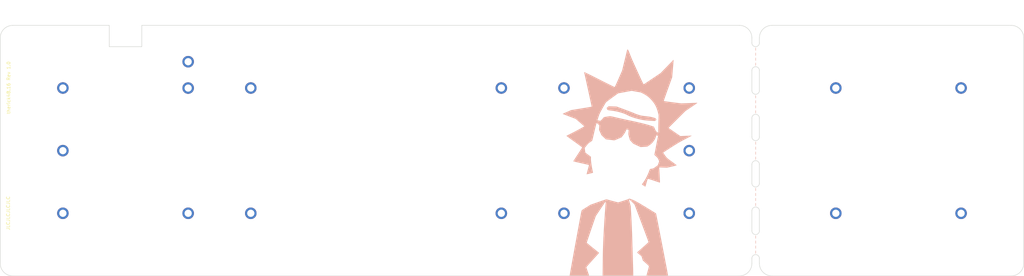
<source format=kicad_pcb>
(kicad_pcb (version 20171130) (host pcbnew "(5.1.2-1)-1")
  (layers (0 F.Cu signal) (31 B.Cu signal) (34 B.Paste user) (35 F.Paste user) (36 B.SilkS user) (37 F.SilkS user) (38 B.Mask user) (39 F.Mask user) (44 Edge.Cuts user))
  (net 0 "")
  (module random-keyboard-parts:Generic-Mounthole (layer F.Cu) (at 103.359728 45.979879)
    (fp_text reference H19)
    (fp_text value MountingHole)
    (pad 1 thru_hole circle (at 0 0) (size 3.5 3.5) (drill 2.2) (layers *.Cu *.Mask))
  )
  (module random-keyboard-parts:Generic-Mounthole (layer F.Cu) (at 255.36 91.96)
    (fp_text reference H18)
    (fp_text value MountingHole)
    (pad 1 thru_hole circle (at 0 0) (size 3.5 3.5) (drill 2.2) (layers *.Cu *.Mask))
  )
  (module random-keyboard-parts:Generic-Mounthole (layer F.Cu) (at 255.36 53.96)
    (fp_text reference H17)
    (fp_text value MountingHole)
    (pad 1 thru_hole circle (at 0 0) (size 3.5 3.5) (drill 2.2) (layers *.Cu *.Mask))
  )
  (module random-keyboard-parts:Generic-Mounthole (layer F.Cu) (at 198.36 91.96)
    (fp_text reference H16)
    (fp_text value MountingHole)
    (pad 1 thru_hole circle (at 0 0) (size 3.5 3.5) (drill 2.2) (layers *.Cu *.Mask))
  )
  (module random-keyboard-parts:Generic-Mounthole (layer F.Cu) (at 198.36 53.96)
    (fp_text reference H15)
    (fp_text value MountingHole)
    (pad 1 thru_hole circle (at 0 0) (size 3.5 3.5) (drill 2.2) (layers *.Cu *.Mask))
  )
  (module random-keyboard-parts:Generic-Mounthole (layer F.Cu) (at 122.36 91.96)
    (fp_text reference H14)
    (fp_text value MountingHole)
    (pad 1 thru_hole circle (at 0 0) (size 3.5 3.5) (drill 2.2) (layers *.Cu *.Mask))
  )
  (module random-keyboard-parts:Generic-Mounthole (layer F.Cu) (at 122.36 53.96)
    (fp_text reference H13)
    (fp_text value MountingHole)
    (pad 1 thru_hole circle (at 0 0) (size 3.5 3.5) (drill 2.2) (layers *.Cu *.Mask))
  )
  (module random-keyboard-parts:Generic-Mounthole (layer F.Cu) (at 65.36 91.96)
    (fp_text reference H12)
    (fp_text value MountingHole)
    (pad 1 thru_hole circle (at 0 0) (size 3.5 3.5) (drill 2.2) (layers *.Cu *.Mask))
  )
  (module random-keyboard-parts:Generic-Mounthole (layer F.Cu) (at 65.36 53.96)
    (fp_text reference H11)
    (fp_text value MountingHole)
    (pad 1 thru_hole circle (at 0 0) (size 3.5 3.5) (drill 2.2) (layers *.Cu *.Mask))
  )
  (module Keeb_footprints:MX100_outline (layer F.Cu) (at 347.32 101.46)
    (fp_text reference U64)
    (fp_text value HOLE)
  )
  (module Keeb_footprints:MX100_outline (layer F.Cu) (at 328.32 101.46)
    (fp_text reference U63)
    (fp_text value HOLE)
  )
  (module Keeb_footprints:MX100_outline (layer F.Cu) (at 309.32 101.46)
    (fp_text reference U62)
    (fp_text value HOLE)
  )
  (module Keeb_footprints:MX100_outline (layer F.Cu) (at 290.32 101.46)
    (fp_text reference U61)
    (fp_text value HOLE)
  )
  (module Keeb_footprints:MX100_outline (layer F.Cu) (at 347.32 82.46)
    (fp_text reference U60)
    (fp_text value HOLE)
  )
  (module Keeb_footprints:MX100_outline (layer F.Cu) (at 328.32 82.46)
    (fp_text reference U59)
    (fp_text value HOLE)
  )
  (module Keeb_footprints:MX100_outline (layer F.Cu) (at 309.32 82.46)
    (fp_text reference U58)
    (fp_text value HOLE)
  )
  (module Keeb_footprints:MX100_outline (layer F.Cu) (at 290.32 82.46)
    (fp_text reference U57)
    (fp_text value HOLE)
  )
  (module Keeb_footprints:MX100_outline (layer F.Cu) (at 347.32 63.46)
    (fp_text reference U56)
    (fp_text value HOLE)
  )
  (module Keeb_footprints:MX100_outline (layer F.Cu) (at 328.32 63.46)
    (fp_text reference U55)
    (fp_text value HOLE)
  )
  (module Keeb_footprints:MX100_outline (layer F.Cu) (at 309.32 63.46)
    (fp_text reference U54)
    (fp_text value HOLE)
  )
  (module Keeb_footprints:MX100_outline (layer F.Cu) (at 290.32 63.46)
    (fp_text reference U53)
    (fp_text value HOLE)
  )
  (module Keeb_footprints:MX100_outline (layer F.Cu) (at 347.32 44.46)
    (fp_text reference U52)
    (fp_text value HOLE)
  )
  (module Keeb_footprints:MX100_outline (layer F.Cu) (at 328.32 44.46)
    (fp_text reference U51)
    (fp_text value HOLE)
  )
  (module Keeb_footprints:MX100_outline (layer F.Cu) (at 309.32 44.46)
    (fp_text reference U50)
    (fp_text value HOLE)
  )
  (module Keeb_footprints:MX100_outline (layer F.Cu) (at 290.32 44.46)
    (fp_text reference U49)
    (fp_text value HOLE)
  )
  (module Keeb_footprints:MX100_outline (layer F.Cu) (at 264.86 101.46)
    (fp_text reference U48)
    (fp_text value HOLE)
  )
  (module Keeb_footprints:MX100_outline (layer F.Cu) (at 245.86 101.46)
    (fp_text reference U47)
    (fp_text value HOLE)
  )
  (module Keeb_footprints:MX100_outline (layer F.Cu) (at 226.86 101.46)
    (fp_text reference U46)
    (fp_text value HOLE)
  )
  (module Keeb_footprints:MX100_outline (layer F.Cu) (at 207.86 101.46)
    (fp_text reference U45)
    (fp_text value HOLE)
  )
  (module Keeb_footprints:MX100_outline (layer F.Cu) (at 188.86 101.46)
    (fp_text reference U44)
    (fp_text value HOLE)
  )
  (module Keeb_footprints:MX100_outline (layer F.Cu) (at 169.86 101.46)
    (fp_text reference U43)
    (fp_text value HOLE)
  )
  (module Keeb_footprints:MX100_outline (layer F.Cu) (at 150.86 101.46)
    (fp_text reference U42)
    (fp_text value HOLE)
  )
  (module Keeb_footprints:MX100_outline (layer F.Cu) (at 131.86 101.46)
    (fp_text reference U41)
    (fp_text value HOLE)
  )
  (module Keeb_footprints:MX100_outline (layer F.Cu) (at 112.86 101.46)
    (fp_text reference U40)
    (fp_text value HOLE)
  )
  (module Keeb_footprints:MX100_outline (layer F.Cu) (at 93.86 101.46)
    (fp_text reference U39)
    (fp_text value HOLE)
  )
  (module Keeb_footprints:MX100_outline (layer F.Cu) (at 74.86 101.46)
    (fp_text reference U38)
    (fp_text value HOLE)
  )
  (module Keeb_footprints:MX100_outline (layer F.Cu) (at 55.86 101.46)
    (fp_text reference U37)
    (fp_text value HOLE)
  )
  (module Keeb_footprints:MX100_outline (layer F.Cu) (at 264.86 82.46)
    (fp_text reference U36)
    (fp_text value HOLE)
  )
  (module Keeb_footprints:MX100_outline (layer F.Cu) (at 245.86 82.46)
    (fp_text reference U35)
    (fp_text value HOLE)
  )
  (module Keeb_footprints:MX100_outline (layer F.Cu) (at 226.86 82.46)
    (fp_text reference U34)
    (fp_text value HOLE)
  )
  (module Keeb_footprints:MX100_outline (layer F.Cu) (at 207.86 82.46)
    (fp_text reference U33)
    (fp_text value HOLE)
  )
  (module Keeb_footprints:MX100_outline (layer F.Cu) (at 188.86 82.46)
    (fp_text reference U32)
    (fp_text value HOLE)
  )
  (module Keeb_footprints:MX100_outline (layer F.Cu) (at 169.86 82.46)
    (fp_text reference U31)
    (fp_text value HOLE)
  )
  (module Keeb_footprints:MX100_outline (layer F.Cu) (at 150.86 82.46)
    (fp_text reference U30)
    (fp_text value HOLE)
  )
  (module Keeb_footprints:MX100_outline (layer F.Cu) (at 131.86 82.46)
    (fp_text reference U29)
    (fp_text value HOLE)
  )
  (module Keeb_footprints:MX100_outline (layer F.Cu) (at 112.86 82.46)
    (fp_text reference U28)
    (fp_text value HOLE)
  )
  (module Keeb_footprints:MX100_outline (layer F.Cu) (at 93.86 82.46)
    (fp_text reference U27)
    (fp_text value HOLE)
  )
  (module Keeb_footprints:MX100_outline (layer F.Cu) (at 74.86 82.46)
    (fp_text reference U26)
    (fp_text value HOLE)
  )
  (module Keeb_footprints:MX100_outline (layer F.Cu) (at 55.86 82.46)
    (fp_text reference U25)
    (fp_text value HOLE)
  )
  (module Keeb_footprints:MX100_outline (layer F.Cu) (at 264.86 63.46)
    (fp_text reference U24)
    (fp_text value HOLE)
  )
  (module Keeb_footprints:MX100_outline (layer F.Cu) (at 245.86 63.46)
    (fp_text reference U23)
    (fp_text value HOLE)
  )
  (module Keeb_footprints:MX100_outline (layer F.Cu) (at 226.86 63.46)
    (fp_text reference U22)
    (fp_text value HOLE)
  )
  (module Keeb_footprints:MX100_outline (layer F.Cu) (at 207.86 63.46)
    (fp_text reference U21)
    (fp_text value HOLE)
  )
  (module Keeb_footprints:MX100_outline (layer F.Cu) (at 188.86 63.46)
    (fp_text reference U20)
    (fp_text value HOLE)
  )
  (module Keeb_footprints:MX100_outline (layer F.Cu) (at 169.86 63.46)
    (fp_text reference U19)
    (fp_text value HOLE)
  )
  (module Keeb_footprints:MX100_outline (layer F.Cu) (at 150.86 63.46)
    (fp_text reference U18)
    (fp_text value HOLE)
  )
  (module Keeb_footprints:MX100_outline (layer F.Cu) (at 131.86 63.46)
    (fp_text reference U17)
    (fp_text value HOLE)
  )
  (module Keeb_footprints:MX100_outline (layer F.Cu) (at 112.86 63.46)
    (fp_text reference U16)
    (fp_text value HOLE)
  )
  (module Keeb_footprints:MX100_outline (layer F.Cu) (at 93.86 63.46)
    (fp_text reference U15)
    (fp_text value HOLE)
  )
  (module Keeb_footprints:MX100_outline (layer F.Cu) (at 74.86 63.46)
    (fp_text reference U14)
    (fp_text value HOLE)
  )
  (module Keeb_footprints:MX100_outline (layer F.Cu) (at 55.86 63.46)
    (fp_text reference U13)
    (fp_text value HOLE)
  )
  (module Keeb_footprints:MX100_outline (layer F.Cu) (at 264.86 44.46)
    (fp_text reference U12)
    (fp_text value HOLE)
  )
  (module Keeb_footprints:MX100_outline (layer F.Cu) (at 245.86 44.46)
    (fp_text reference U11)
    (fp_text value HOLE)
  )
  (module Keeb_footprints:MX100_outline (layer F.Cu) (at 226.86 44.46)
    (fp_text reference U10)
    (fp_text value HOLE)
  )
  (module Keeb_footprints:MX100_outline (layer F.Cu) (at 207.86 44.46)
    (fp_text reference U9)
    (fp_text value HOLE)
  )
  (module Keeb_footprints:MX100_outline (layer F.Cu) (at 188.86 44.46)
    (fp_text reference U8)
    (fp_text value HOLE)
  )
  (module Keeb_footprints:MX100_outline (layer F.Cu) (at 169.86 44.46)
    (fp_text reference U7)
    (fp_text value HOLE)
  )
  (module Keeb_footprints:MX100_outline (layer F.Cu) (at 150.86 44.46)
    (fp_text reference U6)
    (fp_text value HOLE)
  )
  (module Keeb_footprints:MX100_outline (layer F.Cu) (at 131.86 44.46)
    (fp_text reference U5)
    (fp_text value HOLE)
  )
  (module Keeb_footprints:MX100_outline (layer F.Cu) (at 112.86 44.46)
    (fp_text reference U4)
    (fp_text value HOLE)
  )
  (module Keeb_footprints:MX100_outline (layer F.Cu) (at 93.86 44.46)
    (fp_text reference U3)
    (fp_text value HOLE)
  )
  (module Keeb_footprints:MX100_outline (layer F.Cu) (at 74.86 44.46)
    (fp_text reference U2)
    (fp_text value HOLE)
  )
  (module Keeb_footprints:MX100_outline (layer F.Cu) (at 55.86 44.46)
    (fp_text reference U1)
    (fp_text value HOLE)
  )
  (module random-keyboard-parts:Generic-Mounthole (layer F.Cu) (at 337.82 53.96)
    (fp_text reference H10)
    (fp_text value MountingHole)
    (pad 1 thru_hole circle (at 0 0) (size 3.5 3.5) (drill 2.2) (layers *.Cu *.Mask))
  )
  (module random-keyboard-parts:Generic-Mounthole (layer F.Cu) (at 337.82 91.96)
    (fp_text reference H9)
    (fp_text value MountingHole)
    (pad 1 thru_hole circle (at 0 0) (size 3.5 3.5) (drill 2.2) (layers *.Cu *.Mask))
  )
  (module random-keyboard-parts:Generic-Mounthole (layer F.Cu) (at 299.82 91.96)
    (fp_text reference H8)
    (fp_text value MountingHole)
    (pad 1 thru_hole circle (at 0 0) (size 3.5 3.5) (drill 2.2) (layers *.Cu *.Mask))
  )
  (module random-keyboard-parts:Generic-Mounthole (layer F.Cu) (at 299.82 53.96)
    (fp_text reference H7)
    (fp_text value MountingHole)
    (pad 1 thru_hole circle (at 0 0) (size 3.5 3.5) (drill 2.2) (layers *.Cu *.Mask))
  )
  (module acheron_Hardware:MouseBite_IPC7351 (layer F.Cu) (at 274.36 44.46 90)
    (fp_text reference U70)
    (fp_text value HOLE)
    (pad "" np_thru_hole circle (at -2.5 0 90) (size 0.8 0.8) (drill 0.8) (layers *.Cu *.Mask))
    (pad "" np_thru_hole circle (at -1.25 0 90) (size 0.8 0.8) (drill 0.8) (layers *.Cu *.Mask))
    (pad "" np_thru_hole circle (at 2.5 0 90) (size 0.8 0.8) (drill 0.8) (layers *.Cu *.Mask))
    (pad "" np_thru_hole circle (at 1.25 0 90) (size 0.8 0.8) (drill 0.8) (layers *.Cu *.Mask))
    (pad "" np_thru_hole circle (at 0 0 90) (size 0.8 0.8) (drill 0.8) (layers *.Cu *.Mask))
  )
  (module acheron_Hardware:MouseBite_IPC7351 (layer F.Cu) (at 274.36 58.9 90)
    (fp_text reference U69)
    (fp_text value HOLE)
    (pad "" np_thru_hole circle (at -2.5 0 90) (size 0.8 0.8) (drill 0.8) (layers *.Cu *.Mask))
    (pad "" np_thru_hole circle (at -1.25 0 90) (size 0.8 0.8) (drill 0.8) (layers *.Cu *.Mask))
    (pad "" np_thru_hole circle (at 2.5 0 90) (size 0.8 0.8) (drill 0.8) (layers *.Cu *.Mask))
    (pad "" np_thru_hole circle (at 1.25 0 90) (size 0.8 0.8) (drill 0.8) (layers *.Cu *.Mask))
    (pad "" np_thru_hole circle (at 0 0 90) (size 0.8 0.8) (drill 0.8) (layers *.Cu *.Mask))
  )
  (module acheron_Hardware:MouseBite_IPC7351 (layer F.Cu) (at 274.36 72.96 90)
    (fp_text reference U68)
    (fp_text value HOLE)
    (pad "" np_thru_hole circle (at -2.5 0 90) (size 0.8 0.8) (drill 0.8) (layers *.Cu *.Mask))
    (pad "" np_thru_hole circle (at -1.25 0 90) (size 0.8 0.8) (drill 0.8) (layers *.Cu *.Mask))
    (pad "" np_thru_hole circle (at 2.5 0 90) (size 0.8 0.8) (drill 0.8) (layers *.Cu *.Mask))
    (pad "" np_thru_hole circle (at 1.25 0 90) (size 0.8 0.8) (drill 0.8) (layers *.Cu *.Mask))
    (pad "" np_thru_hole circle (at 0 0 90) (size 0.8 0.8) (drill 0.8) (layers *.Cu *.Mask))
  )
  (module acheron_Hardware:MouseBite_IPC7351 (layer F.Cu) (at 274.36 87.02 90)
    (fp_text reference U67)
    (fp_text value HOLE)
    (pad "" np_thru_hole circle (at -2.5 0 90) (size 0.8 0.8) (drill 0.8) (layers *.Cu *.Mask))
    (pad "" np_thru_hole circle (at -1.25 0 90) (size 0.8 0.8) (drill 0.8) (layers *.Cu *.Mask))
    (pad "" np_thru_hole circle (at 2.5 0 90) (size 0.8 0.8) (drill 0.8) (layers *.Cu *.Mask))
    (pad "" np_thru_hole circle (at 1.25 0 90) (size 0.8 0.8) (drill 0.8) (layers *.Cu *.Mask))
    (pad "" np_thru_hole circle (at 0 0 90) (size 0.8 0.8) (drill 0.8) (layers *.Cu *.Mask))
  )
  (module acheron_Hardware:MouseBite_IPC7351 (layer F.Cu) (at 274.36 101.46 90)
    (fp_text reference U66)
    (fp_text value HOLE)
    (pad "" np_thru_hole circle (at -2.5 0 90) (size 0.8 0.8) (drill 0.8) (layers *.Cu *.Mask))
    (pad "" np_thru_hole circle (at -1.25 0 90) (size 0.8 0.8) (drill 0.8) (layers *.Cu *.Mask))
    (pad "" np_thru_hole circle (at 2.5 0 90) (size 0.8 0.8) (drill 0.8) (layers *.Cu *.Mask))
    (pad "" np_thru_hole circle (at 1.25 0 90) (size 0.8 0.8) (drill 0.8) (layers *.Cu *.Mask))
    (pad "" np_thru_hole circle (at 0 0 90) (size 0.8 0.8) (drill 0.8) (layers *.Cu *.Mask))
  )
  (module Artwork:rick_large (layer B.Cu) (at 237.60625 76.596875 180)
    (fp_text reference U65 hide)
    (fp_text value HOLE hide)
    (fp_poly (pts (xy 7.015348 16.828876) (xy 7.293472 16.555918) (xy 7.179463 16.265675) (xy 7.129511 16.145662) (xy 7.07489 16.054858) (xy 6.997239 15.986717) (xy 6.878202 15.934695) (xy 6.699419 15.892244) (xy 6.442533 15.852821) (xy 6.089185 15.809878) (xy 5.813351 15.778586) (xy 5.115897 15.680371) (xy 4.388311 15.542399) (xy 3.655785 15.371742) (xy 2.943513 15.175471) (xy 2.276688 14.960658) (xy 1.680501 14.734375) (xy 1.180146 14.503692) (xy 1.0795 14.449778) (xy 0.402342 14.116625) (xy -0.39138 13.800847) (xy -1.292025 13.50565) (xy -2.289948 13.234239) (xy -3.20675 13.024787) (xy -3.5783 12.952725) (xy -3.968008 12.89035) (xy -4.394824 12.835683) (xy -4.877699 12.786744) (xy -5.435581 12.741555) (xy -6.087421 12.698138) (xy -6.643891 12.665849) (xy -7.350532 12.626799) (xy -7.576549 12.825244) (xy -7.802566 13.02369) (xy -7.670251 13.247946) (xy -7.608846 13.346706) (xy -7.544687 13.422574) (xy -7.457186 13.485047) (xy -7.325758 13.543623) (xy -7.129814 13.607798) (xy -6.848768 13.687069) (xy -6.536107 13.771137) (xy -6.058887 13.881287) (xy -5.498397 13.977611) (xy -4.836374 14.063075) (xy -4.550905 14.093677) (xy -4.070542 14.145372) (xy -3.684674 14.194513) (xy -3.361081 14.247023) (xy -3.06754 14.308823) (xy -2.77183 14.385833) (xy -2.463338 14.477309) (xy -2.089201 14.599415) (xy -1.694645 14.739606) (xy -1.32836 14.879975) (xy -1.055683 14.995019) (xy -0.864897 15.076463) (xy -0.571936 15.194925) (xy -0.193899 15.343793) (xy 0.252119 15.516454) (xy 0.74902 15.706296) (xy 1.279707 15.906708) (xy 1.827084 16.111078) (xy 1.901192 16.13856) (xy 4.278634 17.019493) (xy 5.507929 17.060663) (xy 6.737225 17.101833) (xy 7.015348 16.828876)) (layer B.SilkS) (width 0.01))
    (fp_poly (pts (xy 1.043847 34.277804) (xy 1.0795 34.255908) (xy 1.094033 34.189366) (xy 1.135755 34.011175) (xy 1.201843 33.733091) (xy 1.289476 33.366867) (xy 1.395834 32.924258) (xy 1.518096 32.41702) (xy 1.653441 31.856908) (xy 1.799048 31.255675) (xy 1.840353 31.085353) (xy 2.601207 27.948892) (xy 3.697728 25.436492) (xy 3.964582 24.829531) (xy 4.20467 24.292426) (xy 4.414362 23.832892) (xy 4.590029 23.458647) (xy 4.728041 23.177407) (xy 4.824767 22.996886) (xy 4.876578 22.924801) (xy 4.879835 22.923797) (xy 4.948542 22.951763) (xy 5.121889 23.032908) (xy 5.391253 23.162954) (xy 5.748013 23.337627) (xy 6.183546 23.552651) (xy 6.68923 23.803751) (xy 7.256444 24.086652) (xy 7.876565 24.397079) (xy 8.540971 24.730756) (xy 9.24104 25.083407) (xy 9.565687 25.247293) (xy 10.404904 25.670873) (xy 11.137824 26.039939) (xy 11.771256 26.357736) (xy 12.31201 26.627506) (xy 12.766895 26.852494) (xy 13.142721 27.035945) (xy 13.446296 27.181101) (xy 13.68443 27.291208) (xy 13.863932 27.369508) (xy 13.991611 27.419247) (xy 14.074277 27.443668) (xy 14.11874 27.446015) (xy 14.131807 27.429532) (xy 14.130811 27.422168) (xy 14.084473 27.22151) (xy 14.016591 26.921487) (xy 13.929576 26.5331) (xy 13.825838 26.067352) (xy 13.707789 25.535245) (xy 13.57784 24.947781) (xy 13.438403 24.315962) (xy 13.291889 23.65079) (xy 13.140709 22.963268) (xy 12.987275 22.264397) (xy 12.833997 21.565179) (xy 12.683286 20.876617) (xy 12.537555 20.209712) (xy 12.399215 19.575467) (xy 12.270675 18.984884) (xy 12.154349 18.448965) (xy 12.052647 17.978712) (xy 11.96798 17.585127) (xy 11.90276 17.279213) (xy 11.859398 17.071971) (xy 11.840305 16.974403) (xy 11.839676 16.968158) (xy 11.904334 16.954459) (xy 12.082374 16.922627) (xy 12.361782 16.874669) (xy 12.730547 16.812592) (xy 13.176657 16.738402) (xy 13.6881 16.654105) (xy 14.252863 16.561709) (xy 14.858935 16.46322) (xy 14.972681 16.444806) (xy 18.08603 15.941111) (xy 19.361765 15.385532) (xy 19.73342 15.22223) (xy 20.062424 15.0749) (xy 20.332077 14.951249) (xy 20.525682 14.858983) (xy 20.626538 14.805811) (xy 20.637233 14.796851) (xy 20.580025 14.767276) (xy 20.417745 14.698516) (xy 20.164209 14.596044) (xy 19.833236 14.465334) (xy 19.438643 14.311857) (xy 18.994247 14.141086) (xy 18.664157 14.015408) (xy 16.691348 13.267065) (xy 15.394174 12.152486) (xy 15.051392 11.856408) (xy 14.742588 11.586711) (xy 14.480255 11.354547) (xy 14.276886 11.171068) (xy 14.144976 11.047427) (xy 14.097017 10.994775) (xy 14.097 10.994537) (xy 14.151089 10.954749) (xy 14.304039 10.864105) (xy 14.541873 10.730026) (xy 14.850614 10.559936) (xy 15.216284 10.361259) (xy 15.624907 10.141417) (xy 16.062507 9.907835) (xy 16.515105 9.667934) (xy 16.968725 9.42914) (xy 17.409389 9.198874) (xy 17.823122 8.98456) (xy 18.195946 8.793622) (xy 18.513883 8.633483) (xy 18.762958 8.511566) (xy 18.843625 8.473566) (xy 19.102753 8.349682) (xy 19.312942 8.241658) (xy 19.451024 8.161913) (xy 19.4945 8.124726) (xy 19.444414 8.079262) (xy 19.300974 7.967816) (xy 19.074406 7.797893) (xy 18.774934 7.576996) (xy 18.412785 7.312632) (xy 17.998183 7.012303) (xy 17.541354 6.683515) (xy 17.11325 6.37711) (xy 16.627564 6.028925) (xy 16.175176 5.701811) (xy 15.766323 5.403373) (xy 15.411242 5.141216) (xy 15.120169 4.922942) (xy 14.90334 4.756156) (xy 14.770994 4.648461) (xy 14.73254 4.608679) (xy 14.766464 4.542089) (xy 14.862956 4.381471) (xy 15.014467 4.138684) (xy 15.213448 3.825591) (xy 15.452348 3.45405) (xy 15.72362 3.035924) (xy 16.019712 2.583072) (xy 16.089709 2.4765) (xy 16.389238 2.019537) (xy 16.664847 1.596538) (xy 16.909148 1.219031) (xy 17.114756 0.898546) (xy 17.274283 0.64661) (xy 17.380343 0.474752) (xy 17.42555 0.394499) (xy 17.426509 0.390132) (xy 17.36222 0.371669) (xy 17.187559 0.328801) (xy 16.916129 0.26468) (xy 16.561533 0.182456) (xy 16.137374 0.08528) (xy 15.657254 -0.023698) (xy 15.134776 -0.141327) (xy 15.047322 -0.160927) (xy 14.51916 -0.279662) (xy 14.031053 -0.390238) (xy 13.596622 -0.489504) (xy 13.229488 -0.574313) (xy 12.943273 -0.641512) (xy 12.751598 -0.687953) (xy 12.668085 -0.710486) (xy 12.665666 -0.711666) (xy 12.675013 -0.776648) (xy 12.713448 -0.946579) (xy 12.776604 -1.203895) (xy 12.860116 -1.53103) (xy 12.959619 -1.910419) (xy 13.0175 -2.12725) (xy 13.12408 -2.526615) (xy 13.217756 -2.882344) (xy 13.294045 -3.177027) (xy 13.348467 -3.393256) (xy 13.376542 -3.513621) (xy 13.379191 -3.532612) (xy 13.316115 -3.52381) (xy 13.155508 -3.490317) (xy 12.923043 -3.438248) (xy 12.644397 -3.373721) (xy 12.345244 -3.302853) (xy 12.051258 -3.231761) (xy 11.788115 -3.166562) (xy 11.581489 -3.113373) (xy 11.457054 -3.078311) (xy 11.432868 -3.068898) (xy 11.433661 -2.998799) (xy 11.473604 -2.861035) (xy 11.481705 -2.839201) (xy 11.514058 -2.719856) (xy 11.562717 -2.495513) (xy 11.623738 -2.186548) (xy 11.693176 -1.813339) (xy 11.767087 -1.396261) (xy 11.812212 -1.131816) (xy 11.907124 -0.546808) (xy 11.977248 -0.063396) (xy 12.025153 0.340843) (xy 12.053406 0.688332) (xy 12.064575 1.001494) (xy 12.065 1.075627) (xy 12.065 1.779638) (xy 12.92225 2.415304) (xy 13.205406 2.626354) (xy 13.449123 2.810074) (xy 13.636681 2.953695) (xy 13.751364 3.044445) (xy 13.7795 3.070182) (xy 13.787777 3.136952) (xy 13.810191 3.302904) (xy 13.843115 3.54147) (xy 13.874962 3.76945) (xy 13.970425 4.449506) (xy 13.39345 5.178207) (xy 13.148671 5.481797) (xy 12.952481 5.707406) (xy 12.77877 5.879761) (xy 12.601427 6.02359) (xy 12.394342 6.163621) (xy 12.2739 6.238466) (xy 12.036764 6.392494) (xy 11.84008 6.537214) (xy 11.71066 6.651998) (xy 11.676356 6.698137) (xy 11.646581 6.795509) (xy 11.593703 6.997106) (xy 11.522568 7.283264) (xy 11.438022 7.634323) (xy 11.344913 8.03062) (xy 11.300414 8.22325) (xy 11.157711 8.839369) (xy 11.017343 9.436048) (xy 10.882451 10.00064) (xy 10.756175 10.520496) (xy 10.641656 10.982967) (xy 10.542034 11.375404) (xy 10.46045 11.68516) (xy 10.400046 11.899586) (xy 10.363961 12.006033) (xy 10.359072 12.01433) (xy 10.297158 11.995208) (xy 10.166571 11.905976) (xy 9.991056 11.763631) (xy 9.912524 11.694673) (xy 9.506557 11.330437) (xy 9.564592 10.647347) (xy 9.622626 9.964256) (xy 9.245405 9.139933) (xy 8.868184 8.315609) (xy 7.52475 7.068099) (xy 6.235506 6.91245) (xy 4.946263 6.756801) (xy 3.871563 7.204276) (xy 2.796864 7.65175) (xy 2.262021 8.347042) (xy 1.930262 8.804865) (xy 1.684225 9.207401) (xy 1.519413 9.553542) (xy 1.424145 9.785876) (xy 1.347597 9.968682) (xy 1.301717 10.07359) (xy 1.294577 10.087456) (xy 1.229128 10.085779) (xy 1.079195 10.057183) (xy 0.95037 10.026318) (xy 0.623234 9.942476) (xy 0.671018 9.305113) (xy 0.693029 9.015314) (xy 0.705865 8.800566) (xy 0.705726 8.629226) (xy 0.688807 8.46965) (xy 0.651308 8.290195) (xy 0.589426 8.059219) (xy 0.499359 7.745078) (xy 0.472216 7.650616) (xy 0.235819 6.82625) (xy -0.260109 6.283627) (xy -0.756036 5.741004) (xy -1.886143 5.230568) (xy -3.01625 4.720131) (xy -4.03225 4.791852) (xy -5.04825 4.863572) (xy -5.715 5.322535) (xy -6.022632 5.540826) (xy -6.257738 5.72882) (xy -6.456679 5.921402) (xy -6.655818 6.153452) (xy -6.868318 6.428937) (xy -7.100643 6.748854) (xy -7.270602 7.014456) (xy -7.400501 7.266087) (xy -7.512646 7.544087) (xy -7.560889 7.681563) (xy -7.649176 7.938078) (xy -7.722395 8.145496) (xy -7.771015 8.277114) (xy -7.785073 8.309586) (xy -7.847792 8.299378) (xy -7.984956 8.247049) (xy -8.058472 8.214336) (xy -8.232001 8.110416) (xy -8.290804 8.015203) (xy -8.288851 8.001) (xy -8.253995 7.85174) (xy -8.199591 7.599648) (xy -8.130045 7.266615) (xy -8.049761 6.87453) (xy -7.963146 6.445283) (xy -7.874604 6.000764) (xy -7.788542 5.562861) (xy -7.709365 5.153465) (xy -7.641478 4.794465) (xy -7.618991 4.672714) (xy -7.542682 4.260981) (xy -7.46282 3.838678) (xy -7.386828 3.444504) (xy -7.322129 3.11716) (xy -7.296194 2.989964) (xy -7.170048 2.38125) (xy -7.704762 1.87325) (xy -7.950267 1.633709) (xy -8.123439 1.443646) (xy -8.248522 1.270067) (xy -8.349763 1.079982) (xy -8.4365 0.877525) (xy -8.633523 0.3898) (xy -8.421064 -0.201975) (xy -8.208604 -0.79375) (xy -7.540952 -1.281431) (xy -7.262594 -1.482573) (xy -7.056355 -1.621695) (xy -6.892701 -1.712911) (xy -6.742099 -1.770332) (xy -6.575014 -1.80807) (xy -6.375391 -1.838366) (xy -6.136266 -1.876465) (xy -5.948778 -1.915377) (xy -5.846218 -1.947943) (xy -5.838011 -1.953934) (xy -5.801474 -2.029213) (xy -5.732636 -2.197848) (xy -5.6419 -2.433588) (xy -5.555375 -2.667) (xy -5.341305 -3.207685) (xy -5.083407 -3.784335) (xy -4.796979 -4.367531) (xy -4.497321 -4.927853) (xy -4.199731 -5.435884) (xy -3.919511 -5.862204) (xy -3.830237 -5.984203) (xy -3.650913 -6.224304) (xy -3.506009 -6.424681) (xy -3.409411 -6.565655) (xy -3.375007 -6.627548) (xy -3.375494 -6.628611) (xy -3.435222 -6.666684) (xy -3.578191 -6.75673) (xy -3.779969 -6.88338) (xy -3.919956 -6.971082) (xy -4.442661 -7.298345) (xy -4.548283 -6.935297) (xy -4.606811 -6.732804) (xy -4.689346 -6.445518) (xy -4.785172 -6.110809) (xy -4.883575 -5.766045) (xy -4.889073 -5.74675) (xy -5.001585 -5.374573) (xy -5.097339 -5.10486) (xy -5.173246 -4.945581) (xy -5.21575 -4.903293) (xy -5.297188 -4.918443) (xy -5.482879 -4.970036) (xy -5.757009 -5.053132) (xy -6.103762 -5.162795) (xy -6.507323 -5.294086) (xy -6.951876 -5.442068) (xy -7.082117 -5.486015) (xy -7.53118 -5.63718) (xy -7.939732 -5.773144) (xy -8.29276 -5.889036) (xy -8.575253 -5.979985) (xy -8.772199 -6.041121) (xy -8.868585 -6.067571) (xy -8.875686 -6.067981) (xy -8.876949 -6.002742) (xy -8.871714 -5.828561) (xy -8.86091 -5.563278) (xy -8.845463 -5.224733) (xy -8.826302 -4.830767) (xy -8.804353 -4.39922) (xy -8.780545 -3.947932) (xy -8.755806 -3.494745) (xy -8.731062 -3.057497) (xy -8.707241 -2.65403) (xy -8.685272 -2.302184) (xy -8.666081 -2.019799) (xy -8.663066 -1.978698) (xy -8.623654 -1.449146) (xy -11.01725 -1.536832) (xy -12.446 -1.205074) (xy -12.855495 -1.108529) (xy -13.223657 -1.018947) (xy -13.532384 -0.940962) (xy -13.763571 -0.879204) (xy -13.899113 -0.838308) (xy -13.926466 -0.826267) (xy -13.893377 -0.776701) (xy -13.771104 -0.665579) (xy -13.57416 -0.504668) (xy -13.317056 -0.305737) (xy -13.014303 -0.080554) (xy -12.942216 -0.028082) (xy -12.443207 0.33397) (xy -12.034425 0.63237) (xy -11.703356 0.878123) (xy -11.437489 1.082233) (xy -11.22431 1.255704) (xy -11.051306 1.409541) (xy -10.905964 1.554749) (xy -10.775771 1.702331) (xy -10.648215 1.863292) (xy -10.510782 2.048637) (xy -10.387906 2.21828) (xy -10.19478 2.491056) (xy -10.033704 2.729327) (xy -9.917241 2.91364) (xy -9.857955 3.024544) (xy -9.853419 3.045788) (xy -9.909641 3.090996) (xy -10.062467 3.197144) (xy -10.301206 3.357221) (xy -10.615168 3.564215) (xy -10.993664 3.811115) (xy -11.426004 4.09091) (xy -11.901499 4.396589) (xy -12.35075 4.68373) (xy -13.011675 5.103308) (xy -13.586506 5.463835) (xy -14.094809 5.776727) (xy -14.556147 6.053398) (xy -14.990087 6.305265) (xy -15.416192 6.543742) (xy -15.854026 6.780244) (xy -16.323155 7.026188) (xy -16.680433 7.209973) (xy -17.124505 7.437973) (xy -17.529136 7.647524) (xy -17.881274 7.831725) (xy -18.167868 7.983675) (xy -18.375867 8.096474) (xy -18.492221 8.163221) (xy -18.512497 8.178671) (xy -18.44605 8.181785) (xy -18.269307 8.179891) (xy -17.998851 8.173449) (xy -17.651268 8.162916) (xy -17.243143 8.148749) (xy -16.791061 8.131405) (xy -16.77235 8.130654) (xy -15.053322 8.061518) (xy -13.273411 9.280955) (xy -12.85295 9.57017) (xy -12.4679 9.837243) (xy -12.130337 10.073629) (xy -11.852334 10.270777) (xy -11.645966 10.420142) (xy -11.523308 10.513174) (xy -11.4935 10.540992) (xy -11.537321 10.591947) (xy -11.663425 10.724084) (xy -11.863776 10.929301) (xy -12.130337 11.1995) (xy -12.455072 11.52658) (xy -12.829943 11.90244) (xy -13.246915 12.31898) (xy -13.69795 12.7681) (xy -14.049436 13.117172) (xy -15.389184 14.44625) (xy -8.462472 14.44625) (xy -8.409172 12.41425) (xy -8.396019 11.882054) (xy -8.384569 11.358604) (xy -8.375199 10.866051) (xy -8.368282 10.42655) (xy -8.364194 10.062251) (xy -8.363308 9.795308) (xy -8.363795 9.731375) (xy -8.36478 9.461235) (xy -8.361184 9.245856) (xy -8.353717 9.111784) (xy -8.346342 9.0805) (xy -8.283862 9.112027) (xy -8.146238 9.194194) (xy -7.985336 9.295201) (xy -7.838048 9.394776) (xy -7.726518 9.491851) (xy -7.632006 9.612905) (xy -7.535771 9.784415) (xy -7.419076 10.032861) (xy -7.344058 10.201315) (xy -7.038411 10.892728) (xy -6.170331 11.19068) (xy -5.567917 11.384278) (xy -4.847824 11.592444) (xy -4.018279 11.81313) (xy -3.08751 12.044288) (xy -2.063747 12.283869) (xy -0.955216 12.529824) (xy 0.132727 12.760034) (xy 0.765059 12.892789) (xy 1.438443 13.037427) (xy 2.123748 13.187471) (xy 2.791843 13.336444) (xy 3.413596 13.47787) (xy 3.959876 13.605272) (xy 4.275042 13.680998) (xy 4.733561 13.790778) (xy 5.1626 13.889342) (xy 5.543493 13.972729) (xy 5.857575 14.036975) (xy 6.086182 14.078118) (xy 6.210648 14.092195) (xy 6.211792 14.092176) (xy 6.362593 14.080036) (xy 6.606247 14.050356) (xy 6.910504 14.007445) (xy 7.243109 13.955609) (xy 7.28153 13.949301) (xy 8.11781 13.81125) (xy 8.607033 13.255625) (xy 8.807951 13.036332) (xy 8.986384 12.857853) (xy 9.122086 12.739414) (xy 9.192181 12.7) (xy 9.327229 12.71174) (xy 9.518207 12.741795) (xy 9.727809 12.78242) (xy 9.918732 12.825869) (xy 10.053671 12.864397) (xy 10.0965 12.887765) (xy 10.077293 12.95792) (xy 10.024083 13.127895) (xy 9.943484 13.377182) (xy 9.84211 13.68527) (xy 9.753317 13.951872) (xy 9.642338 14.276378) (xy 9.538482 14.559355) (xy 9.431242 14.823) (xy 9.31011 15.08951) (xy 9.164577 15.381081) (xy 8.984135 15.71991) (xy 8.758277 16.128195) (xy 8.536861 16.521458) (xy 8.303518 16.932739) (xy 8.085121 17.315111) (xy 7.891014 17.652414) (xy 7.73054 17.92849) (xy 7.613043 18.127181) (xy 7.547868 18.232328) (xy 7.545767 18.235393) (xy 7.467691 18.311684) (xy 7.298971 18.451944) (xy 7.052351 18.646392) (xy 6.740576 18.885241) (xy 6.37639 19.158708) (xy 5.972538 19.457009) (xy 5.620793 19.713231) (xy 3.813639 21.021425) (xy -0.251457 21.784251) (xy -1.665604 21.53289) (xy -3.07975 21.28153) (xy -3.974204 20.81664) (xy -4.512647 20.515605) (xy -4.994366 20.196384) (xy -5.445687 19.837329) (xy -5.892935 19.416796) (xy -6.362438 18.913138) (xy -6.547609 18.70075) (xy -7.06036 18.039439) (xy -7.483584 17.346408) (xy -7.830576 16.595547) (xy -8.114631 15.760749) (xy -8.196863 15.46225) (xy -8.462472 14.44625) (xy -15.389184 14.44625) (xy -16.605371 15.65275) (xy -18.431735 16.884909) (xy -18.857538 17.173328) (xy -19.246742 17.439177) (xy -19.587558 17.674229) (xy -19.868194 17.870258) (xy -20.07686 18.019038) (xy -20.201767 18.112343) (xy -20.233299 18.141869) (xy -20.166483 18.14491) (xy -19.986675 18.142933) (xy -19.707767 18.136353) (xy -19.343652 18.125589) (xy -18.90822 18.111055) (xy -18.415364 18.09317) (xy -17.878976 18.072349) (xy -17.771874 18.068039) (xy -15.33525 17.969407) (xy -12.8905 18.286481) (xy -12.216724 18.373873) (xy -11.658097 18.446594) (xy -11.203836 18.506417) (xy -10.843161 18.555114) (xy -10.565289 18.594461) (xy -10.359438 18.626228) (xy -10.214827 18.652191) (xy -10.120674 18.674122) (xy -10.066196 18.693795) (xy -10.040613 18.712982) (xy -10.033141 18.733458) (xy -10.033 18.756456) (xy -10.053968 18.829505) (xy -10.11436 19.01127) (xy -10.210408 19.291034) (xy -10.338344 19.658084) (xy -10.494399 20.101705) (xy -10.674807 20.611182) (xy -10.875799 21.1758) (xy -11.093606 21.784844) (xy -11.304555 22.372282) (xy -12.576109 25.906407) (xy -12.798573 28.551269) (xy -12.845681 29.116432) (xy -12.888561 29.640789) (xy -12.926197 30.111171) (xy -12.957573 30.514405) (xy -12.981674 30.837321) (xy -12.997483 31.066747) (xy -13.003985 31.189511) (xy -13.003393 31.206806) (xy -12.956982 31.164956) (xy -12.831253 31.040934) (xy -12.635179 30.843856) (xy -12.377732 30.582838) (xy -12.067885 30.267) (xy -11.714611 29.905456) (xy -11.326882 29.507326) (xy -11.024011 29.1955) (xy -9.062272 27.17352) (xy -6.549393 25.483471) (xy -6.04238 25.143328) (xy -5.565558 24.825078) (xy -5.129649 24.53576) (xy -4.745374 24.282414) (xy -4.423455 24.072081) (xy -4.174614 23.911801) (xy -4.009574 23.808612) (xy -3.939133 23.769575) (xy -3.904803 23.793075) (xy -3.845378 23.878871) (xy -3.757836 24.03316) (xy -3.639154 24.262144) (xy -3.486311 24.572022) (xy -3.296286 24.968993) (xy -3.066056 25.459257) (xy -2.792601 26.049013) (xy -2.472898 26.744462) (xy -2.224534 27.287489) (xy -1.868752 28.066769) (xy -1.560715 28.742029) (xy -1.295401 29.324766) (xy -1.067789 29.826479) (xy -0.872856 30.258666) (xy -0.705582 30.632826) (xy -0.560943 30.960456) (xy -0.433918 31.253056) (xy -0.319485 31.522122) (xy -0.212623 31.779155) (xy -0.108309 32.035651) (xy -0.001522 32.30311) (xy 0.11276 32.593029) (xy 0.239559 32.916907) (xy 0.286052 33.035876) (xy 0.45047 33.45392) (xy 0.577525 33.767845) (xy 0.674733 33.992334) (xy 0.749609 34.142075) (xy 0.809667 34.231753) (xy 0.862422 34.276055) (xy 0.91539 34.289666) (xy 0.927797 34.29) (xy 1.043847 34.277804)) (layer B.SilkS) (width 0.01))
    (fp_poly (pts (xy 0.570775 -10.964189) (xy 0.582454 -10.986614) (xy 0.646378 -11.022391) (xy 0.815494 -11.090142) (xy 1.073713 -11.184164) (xy 1.404944 -11.298759) (xy 1.793096 -11.428224) (xy 2.204022 -11.561109) (xy 3.80405 -12.07099) (xy 5.5374 -11.616289) (xy 5.986765 -11.497022) (xy 6.395056 -11.386001) (xy 6.746385 -11.287759) (xy 7.02486 -11.20683) (xy 7.214592 -11.14775) (xy 7.29969 -11.115051) (xy 7.3025 -11.112625) (xy 7.367294 -11.12225) (xy 7.538975 -11.170209) (xy 7.80475 -11.252341) (xy 8.151826 -11.364488) (xy 8.567409 -11.50249) (xy 9.038707 -11.662187) (xy 9.552926 -11.83942) (xy 9.763799 -11.912904) (xy 12.193348 -12.762146) (xy 13.478549 -13.566816) (xy 13.843513 -13.796204) (xy 14.174915 -14.006171) (xy 14.456726 -14.186427) (xy 14.672922 -14.326684) (xy 14.807474 -14.416652) (xy 14.843198 -14.442959) (xy 14.884197 -14.5295) (xy 14.939828 -14.715363) (xy 15.003291 -14.974689) (xy 15.067783 -15.281623) (xy 15.078532 -15.337591) (xy 15.172925 -15.838615) (xy 15.286116 -16.443794) (xy 15.415868 -17.140919) (xy 15.559945 -17.917782) (xy 15.716111 -18.762175) (xy 15.88213 -19.661889) (xy 16.055766 -20.604716) (xy 16.234783 -21.578446) (xy 16.416944 -22.570872) (xy 16.600014 -23.569786) (xy 16.781755 -24.562977) (xy 16.959934 -25.538239) (xy 17.132312 -26.483362) (xy 17.296654 -27.386139) (xy 17.450723 -28.23436) (xy 17.592285 -29.015817) (xy 17.719101 -29.718302) (xy 17.828937 -30.329606) (xy 17.919557 -30.837521) (xy 17.974177 -31.14675) (xy 18.078036 -31.7374) (xy 18.17612 -32.293033) (xy 18.266067 -32.800418) (xy 18.345512 -33.246326) (xy 18.412094 -33.617528) (xy 18.46345 -33.900792) (xy 18.497216 -34.08289) (xy 18.510046 -34.147125) (xy 18.544419 -34.29) (xy 15.590459 -34.29) (xy 14.991605 -34.289068) (xy 14.433438 -34.286399) (xy 13.928422 -34.282182) (xy 13.489021 -34.276605) (xy 13.1277 -34.269859) (xy 12.856923 -34.262131) (xy 12.689155 -34.253612) (xy 12.6365 -34.245193) (xy 12.656412 -34.174067) (xy 12.711933 -34.001991) (xy 12.796734 -33.747889) (xy 12.90449 -33.430688) (xy 13.028873 -33.069313) (xy 13.049249 -33.010517) (xy 13.176116 -32.640337) (xy 13.287188 -32.307736) (xy 13.376064 -32.032588) (xy 13.436341 -31.834769) (xy 13.461618 -31.734154) (xy 13.461999 -31.729105) (xy 13.420425 -31.664581) (xy 13.301446 -31.516486) (xy 13.11368 -31.29468) (xy 12.865742 -31.009026) (xy 12.566249 -30.669382) (xy 12.223817 -30.28561) (xy 11.847064 -29.867571) (xy 11.541125 -29.530868) (xy 11.144071 -29.094755) (xy 10.77418 -28.687226) (xy 10.440098 -28.317896) (xy 10.150469 -27.996382) (xy 9.913939 -27.732298) (xy 9.739153 -27.53526) (xy 9.634757 -27.414885) (xy 9.60777 -27.38046) (xy 9.652917 -27.332467) (xy 9.786942 -27.214679) (xy 9.999051 -27.035999) (xy 10.278445 -26.805333) (xy 10.61433 -26.531587) (xy 10.995907 -26.223665) (xy 11.412382 -25.890472) (xy 11.465145 -25.848455) (xy 11.886185 -25.511032) (xy 12.274102 -25.195719) (xy 12.617969 -24.911737) (xy 12.90686 -24.668306) (xy 13.129847 -24.474644) (xy 13.276004 -24.339972) (xy 13.334402 -24.273509) (xy 13.335 -24.270767) (xy 13.314841 -24.196809) (xy 13.256645 -24.012974) (xy 13.163828 -23.729432) (xy 13.039806 -23.356349) (xy 12.887997 -22.903895) (xy 12.711818 -22.382236) (xy 12.514686 -21.801541) (xy 12.300017 -21.171978) (xy 12.07123 -20.503714) (xy 11.967924 -20.202811) (xy 10.600848 -16.22425) (xy 9.189799 -14.102458) (xy 8.815347 -13.54002) (xy 8.504631 -13.075033) (xy 8.251552 -12.698871) (xy 8.050012 -12.402908) (xy 7.893913 -12.178516) (xy 7.777157 -12.017072) (xy 7.693646 -11.909948) (xy 7.637281 -11.848518) (xy 7.601965 -11.824157) (xy 7.581861 -11.827971) (xy 7.581961 -11.894078) (xy 7.591658 -12.073614) (xy 7.610005 -12.35345) (xy 7.636056 -12.720453) (xy 7.668864 -13.161492) (xy 7.707482 -13.663437) (xy 7.750963 -14.213154) (xy 7.777787 -14.54562) (xy 7.821502 -15.109561) (xy 7.869838 -15.779099) (xy 7.92145 -16.532969) (xy 7.974994 -17.349909) (xy 8.029124 -18.208654) (xy 8.082496 -19.087941) (xy 8.133764 -19.966507) (xy 8.181585 -20.823088) (xy 8.217311 -21.49475) (xy 8.267235 -22.474267) (xy 8.309815 -23.351938) (xy 8.345806 -24.152165) (xy 8.37596 -24.899356) (xy 8.401031 -25.617913) (xy 8.421773 -26.332244) (xy 8.438938 -27.066752) (xy 8.45328 -27.845843) (xy 8.465552 -28.693922) (xy 8.476508 -29.635395) (xy 8.480452 -30.019625) (xy 8.523013 -34.29) (xy -0.762 -34.29) (xy -0.761826 -33.702625) (xy -0.759812 -33.518732) (xy -0.754113 -33.223522) (xy -0.745133 -32.832611) (xy -0.733277 -32.361615) (xy -0.718951 -31.82615) (xy -0.702558 -31.241833) (xy -0.684503 -30.62428) (xy -0.667609 -30.06725) (xy -0.646333 -29.369301) (xy -0.622505 -28.573013) (xy -0.596956 -27.707002) (xy -0.570514 -26.799883) (xy -0.54401 -25.880272) (xy -0.518275 -24.976785) (xy -0.494137 -24.118038) (xy -0.475136 -23.4315) (xy -0.450774 -22.619962) (xy -0.420268 -21.726755) (xy -0.384895 -20.782632) (xy -0.34593 -19.818344) (xy -0.304653 -18.864646) (xy -0.262338 -17.952289) (xy -0.220265 -17.112027) (xy -0.188254 -16.523239) (xy 0.000198 -13.202728) (xy 0.291738 -12.18467) (xy 0.386497 -11.844732) (xy 0.464112 -11.54867) (xy 0.519509 -11.31735) (xy 0.547613 -11.171637) (xy 0.547943 -11.131277) (xy 0.483878 -11.152437) (xy 0.345852 -11.251812) (xy 0.1485 -11.416625) (xy -0.09354 -11.634098) (xy -0.365632 -11.891456) (xy -0.653138 -12.175921) (xy -0.679976 -12.203135) (xy -1.137702 -12.66825) (xy -3.267601 -18.334171) (xy -3.572361 -19.145766) (xy -3.864083 -19.924354) (xy -4.13969 -20.661626) (xy -4.396105 -21.34927) (xy -4.630251 -21.978977) (xy -4.839049 -22.542436) (xy -5.019422 -23.031338) (xy -5.168293 -23.437372) (xy -5.282584 -23.752229) (xy -5.359218 -23.967597) (xy -5.395117 -24.075168) (xy -5.3975 -24.08556) (xy -5.35123 -24.145641) (xy -5.219566 -24.278825) (xy -5.013231 -24.475204) (xy -4.742947 -24.72487) (xy -4.419438 -25.017915) (xy -4.053426 -25.344432) (xy -3.667125 -25.684463) (xy -3.270556 -26.032543) (xy -2.905974 -26.354916) (xy -2.584063 -26.641953) (xy -2.315505 -26.884027) (xy -2.110981 -27.07151) (xy -1.981175 -27.194774) (xy -1.93675 -27.243998) (xy -1.983377 -27.298744) (xy -2.111211 -27.416764) (xy -2.302183 -27.582124) (xy -2.538225 -27.778894) (xy -2.608227 -27.836062) (xy -3.279704 -28.382025) (xy -3.480755 -29.034137) (xy -3.681806 -29.68625) (xy -4.603153 -30.505694) (xy -4.90434 -30.779179) (xy -5.160076 -31.022405) (xy -5.357339 -31.222211) (xy -5.483106 -31.365434) (xy -5.5245 -31.436901) (xy -5.508396 -31.521551) (xy -5.464049 -31.706345) (xy -5.397409 -31.969116) (xy -5.314428 -32.287699) (xy -5.221054 -32.639927) (xy -5.12324 -33.003634) (xy -5.026934 -33.356653) (xy -4.938087 -33.676819) (xy -4.86265 -33.941964) (xy -4.806572 -34.129922) (xy -4.781228 -34.205788) (xy -4.7928 -34.224964) (xy -4.849511 -34.241122) (xy -4.960445 -34.254496) (xy -5.13469 -34.265323) (xy -5.381331 -34.273839) (xy -5.709455 -34.280279) (xy -6.128147 -34.284879) (xy -6.646493 -34.287875) (xy -7.27358 -34.289504) (xy -8.018495 -34.289999) (xy -8.025957 -34.29) (xy -8.765816 -34.289595) (xy -9.388315 -34.288201) (xy -9.903091 -34.285552) (xy -10.319781 -34.281381) (xy -10.648022 -34.275418) (xy -10.897452 -34.267398) (xy -11.077707 -34.257053) (xy -11.198427 -34.244115) (xy -11.269246 -34.228317) (xy -11.299804 -34.209391) (xy -11.303 -34.199076) (xy -11.291178 -34.108661) (xy -11.256786 -33.903417) (xy -11.201435 -33.591684) (xy -11.126736 -33.181805) (xy -11.0343 -32.682121) (xy -10.925738 -32.100973) (xy -10.802661 -31.446702) (xy -10.66668 -30.727651) (xy -10.519406 -29.95216) (xy -10.362451 -29.128571) (xy -10.197424 -28.265226) (xy -10.025937 -27.370466) (xy -9.849601 -26.452632) (xy -9.670027 -25.520066) (xy -9.488826 -24.581109) (xy -9.30761 -23.644103) (xy -9.127988 -22.71739) (xy -8.951572 -21.80931) (xy -8.779974 -20.928205) (xy -8.614804 -20.082417) (xy -8.457672 -19.280286) (xy -8.310191 -18.530156) (xy -8.173971 -17.840366) (xy -8.050623 -17.219259) (xy -7.941758 -16.675175) (xy -7.848987 -16.216457) (xy -7.773921 -15.851446) (xy -7.718171 -15.588483) (xy -7.683348 -15.435909) (xy -7.672112 -15.399067) (xy -7.603322 -15.352366) (xy -7.436185 -15.24611) (xy -7.180939 -15.086616) (xy -6.84782 -14.880201) (xy -6.447063 -14.63318) (xy -5.988905 -14.351869) (xy -5.483583 -14.042586) (xy -4.941332 -13.711645) (xy -4.637471 -13.526585) (xy -3.947557 -13.107762) (xy -3.353808 -12.749889) (xy -2.84476 -12.446493) (xy -2.408954 -12.191097) (xy -2.034928 -11.977229) (xy -1.711222 -11.798415) (xy -1.426374 -11.64818) (xy -1.168923 -11.520051) (xy -0.927408 -11.407552) (xy -0.742497 -11.326396) (xy -0.28832 -11.139002) (xy 0.062398 -11.011058) (xy 0.317354 -10.940591) (xy 0.484247 -10.925626) (xy 0.570775 -10.964189)) (layer B.SilkS) (width 0.01))
  )
  (module random-keyboard-parts:Generic-Mounthole (layer F.Cu) (at 255.36 72.96)
    (fp_text reference H6)
    (fp_text value MountingHole)
    (pad 1 thru_hole circle (at 0 0) (size 3.5 3.5) (drill 2.2) (layers *.Cu *.Mask))
  )
  (module random-keyboard-parts:Generic-Mounthole (layer F.Cu) (at 217.36 91.96)
    (fp_text reference H5)
    (fp_text value MountingHole)
    (pad 1 thru_hole circle (at 0 0) (size 3.5 3.5) (drill 2.2) (layers *.Cu *.Mask))
  )
  (module random-keyboard-parts:Generic-Mounthole (layer F.Cu) (at 217.36 53.96)
    (fp_text reference H4)
    (fp_text value MountingHole)
    (pad 1 thru_hole circle (at 0 0) (size 3.5 3.5) (drill 2.2) (layers *.Cu *.Mask))
  )
  (module random-keyboard-parts:Generic-Mounthole (layer F.Cu) (at 103.36 91.96)
    (fp_text reference H3)
    (fp_text value MountingHole)
    (pad 1 thru_hole circle (at 0 0) (size 3.5 3.5) (drill 2.2) (layers *.Cu *.Mask))
  )
  (module random-keyboard-parts:Generic-Mounthole (layer F.Cu) (at 103.36 53.975)
    (fp_text reference H2)
    (fp_text value MountingHole)
    (pad 1 thru_hole circle (at 0 0) (size 3.5 3.5) (drill 2.2) (layers *.Cu *.Mask))
  )
  (module random-keyboard-parts:Generic-Mounthole (layer F.Cu) (at 65.36 72.96)
    (fp_text reference H1)
    (fp_text value MountingHole)
    (pad 1 thru_hole circle (at 0 0) (size 3.5 3.5) (drill 2.2) (layers *.Cu *.Mask))
  )
  (gr_text "therick48.16 Rev 1.0" (at 48.895 53.848 90) (layer F.SilkS) (effects (font (size 1 1))))
  (gr_arc (start 275.5 105.64) (end 276.64 105.64) (angle -180) (layer Edge.Cuts) (width 0.15))
  (gr_arc (start 275.5 97.28) (end 274.36 97.28) (angle -180) (layer Edge.Cuts) (width 0.15))
  (gr_arc (start 275.5 91.2) (end 276.64 91.2) (angle -180) (layer Edge.Cuts) (width 0.15))
  (gr_arc (start 275.5 82.84) (end 274.36 82.84) (angle -180) (layer Edge.Cuts) (width 0.15))
  (gr_arc (start 275.5 77.14) (end 276.64 77.14) (angle -180) (layer Edge.Cuts) (width 0.15))
  (gr_arc (start 275.5 68.78) (end 274.36 68.78) (angle -180) (layer Edge.Cuts) (width 0.15))
  (gr_arc (start 275.5 63.08) (end 276.64 63.08) (angle -180) (layer Edge.Cuts) (width 0.15))
  (gr_arc (start 275.5 54.72) (end 274.36 54.72) (angle -180) (layer Edge.Cuts) (width 0.15))
  (gr_arc (start 275.5 48.64) (end 276.64 48.64) (angle -180) (layer Edge.Cuts) (width 0.15))
  (gr_arc (start 275.5 40.28) (end 274.36 40.28) (angle -180) (layer Edge.Cuts) (width 0.15))
  (gr_line (start 275.5 103.36) (end 275.5 104.12) (layer B.SilkS) (width 0.15))
  (gr_line (start 275.5 101.84) (end 275.5 102.6) (layer B.SilkS) (width 0.15))
  (gr_line (start 275.5 100.32) (end 275.5 101.08) (layer B.SilkS) (width 0.15))
  (gr_line (start 275.5 98.8) (end 275.5 99.56) (layer B.SilkS) (width 0.15))
  (gr_line (start 275.5 88.92) (end 275.5 89.68) (layer B.SilkS) (width 0.15))
  (gr_line (start 275.5 87.4) (end 275.5 88.16) (layer B.SilkS) (width 0.15))
  (gr_line (start 275.5 85.88) (end 275.5 86.64) (layer B.SilkS) (width 0.15))
  (gr_line (start 275.5 84.36) (end 275.5 85.12) (layer B.SilkS) (width 0.15))
  (gr_line (start 275.5 74.86) (end 275.5 75.62) (layer B.SilkS) (width 0.15))
  (gr_line (start 275.5 73.34) (end 275.5 74.1) (layer B.SilkS) (width 0.15))
  (gr_line (start 275.5 71.82) (end 275.5 72.58) (layer B.SilkS) (width 0.15))
  (gr_line (start 275.5 70.3) (end 275.5 71.06) (layer B.SilkS) (width 0.15))
  (gr_line (start 275.5 60.8) (end 275.5 61.56) (layer B.SilkS) (width 0.15))
  (gr_line (start 275.5 59.28) (end 275.5 60.04) (layer B.SilkS) (width 0.15))
  (gr_line (start 275.5 57.76) (end 275.5 58.52) (layer B.SilkS) (width 0.15))
  (gr_line (start 275.5 56.24) (end 275.5 57) (layer B.SilkS) (width 0.15))
  (gr_line (start 275.5 46.36) (end 275.5 47.12) (layer B.SilkS) (width 0.15))
  (gr_line (start 275.5 44.84) (end 275.5 45.6) (layer B.SilkS) (width 0.15))
  (gr_line (start 275.5 43.32) (end 275.5 44.08) (layer B.SilkS) (width 0.15))
  (gr_line (start 275.5 41.8) (end 275.5 42.56) (layer B.SilkS) (width 0.15))
  (gr_line (start 276.64 63.08) (end 276.64 68.78) (layer Edge.Cuts) (width 0.15))
  (gr_line (start 274.36 63.08) (end 274.36 68.78) (layer Edge.Cuts) (width 0.15))
  (gr_line (start 276.64 48.64) (end 276.64 54.72) (layer Edge.Cuts) (width 0.15))
  (gr_line (start 274.36 48.64) (end 274.36 54.72) (layer Edge.Cuts) (width 0.15))
  (gr_line (start 274.36 38.76) (end 274.36 40.28) (layer Edge.Cuts) (width 0.15))
  (gr_line (start 276.64 38.76) (end 276.64 40.28) (layer Edge.Cuts) (width 0.15))
  (gr_line (start 276.64 91.2) (end 276.64 97.28) (layer Edge.Cuts) (width 0.15))
  (gr_line (start 274.36 91.2) (end 274.36 97.28) (layer Edge.Cuts) (width 0.15))
  (gr_line (start 276.64 77.14) (end 276.64 82.84) (layer Edge.Cuts) (width 0.15))
  (gr_line (start 274.36 77.14) (end 274.36 82.84) (layer Edge.Cuts) (width 0.15))
  (gr_line (start 276.64 105.64) (end 276.64 107.16) (layer Edge.Cuts) (width 0.15))
  (gr_line (start 274.36 105.64) (end 274.36 107.16) (layer Edge.Cuts) (width 0.15))
  (gr_line (start 353.02 34.96) (end 280.44 34.96) (layer Edge.Cuts) (width 0.15))
  (gr_line (start 356.82 107.16) (end 356.82 38.76) (layer Edge.Cuts) (width 0.15))
  (gr_line (start 280.44 110.96) (end 353.02 110.96) (layer Edge.Cuts) (width 0.15))
  (gr_arc (start 280.44 107.16) (end 276.64 107.16) (angle -90) (layer Edge.Cuts) (width 0.15))
  (gr_arc (start 280.44 38.76) (end 280.44 34.96) (angle -90) (layer Edge.Cuts) (width 0.15))
  (gr_arc (start 353.02 38.76) (end 356.82 38.76) (angle -90) (layer Edge.Cuts) (width 0.15))
  (gr_arc (start 353.02 107.16) (end 353.02 110.96) (angle -90) (layer Edge.Cuts) (width 0.15))
  (gr_line (start 89.3 41.419891) (end 89.3 34.96) (layer Edge.Cuts) (width 0.15))
  (gr_line (start 79.419765 41.419891) (end 89.299765 41.419891) (layer Edge.Cuts) (width 0.15))
  (gr_line (start 79.42 34.96) (end 79.419765 41.419891) (layer Edge.Cuts) (width 0.15))
  (gr_line (start 50.16 110.96) (end 270.56 110.96) (layer Edge.Cuts) (width 0.15))
  (gr_line (start 46.36 38.76) (end 46.36 107.16) (layer Edge.Cuts) (width 0.15))
  (gr_line (start 50.16 34.96) (end 79.42 34.96) (layer Edge.Cuts) (width 0.15))
  (gr_line (start 270.56 34.96) (end 89.3 34.96) (layer Edge.Cuts) (width 0.15))
  (gr_arc (start 270.56 38.76) (end 274.36 38.76) (angle -90) (layer Edge.Cuts) (width 0.15))
  (gr_arc (start 270.56 107.16) (end 270.56 110.96) (angle -90) (layer Edge.Cuts) (width 0.15))
  (gr_arc (start 50.16 107.16) (end 46.36 107.16) (angle -90) (layer Edge.Cuts) (width 0.15))
  (gr_arc (start 50.16 38.76) (end 50.16 34.96) (angle -90) (layer Edge.Cuts) (width 0.15))
  (gr_text JLCJLCJLCJLC (at 48.768 91.948 90) (layer F.SilkS) (effects (font (size 1 1))))
)
</source>
